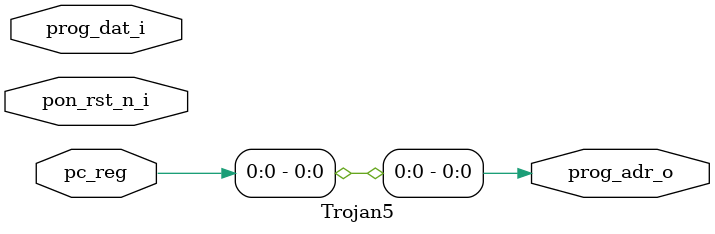
<source format=v>
/* Generated by Yosys 0.54 (git sha1 db72ec3bde296a9512b2d1e6fabf81cfb07c2c1b, clang++ 16.0.0 -fPIC -O3) */

module Trojan5(pon_rst_n_i, prog_dat_i, pc_reg, prog_adr_o);
  wire _000_;
  wire _001_;
  wire _002_;
  wire _003_;
  wire _004_;
  wire _005_;
  wire _006_;
  wire _007_;
  wire _008_;
  wire _009_;
  wire _010_;
  wire _011_;
  wire _012_;
  wire _013_;
  wire _014_;
  wire _015_;
  wire _016_;
  wire _017_;
  wire _018_;
  wire _019_;
  wire _020_;
  wire _021_;
  wire _022_;
  wire _023_;
  wire _024_;
  wire _025_;
  wire _026_;
  wire _027_;
  wire _028_;
  wire _029_;
  wire _030_;
  wire _031_;
  wire _032_;
  wire _033_;
  wire _034_;
  wire _035_;
  wire _036_;
  wire _037_;
  wire _038_;
  wire _039_;
  wire _040_;
  wire _041_;
  wire _042_;
  wire _043_;
  wire _044_;
  wire _045_;
  wire _046_;
  wire _047_;
  wire _048_;
  wire _049_;
  wire _050_;
  wire _051_;
  wire _052_;
  wire _053_;
  wire _054_;
  wire _055_;
  wire _056_;
  wire _057_;
  wire _058_;
  wire _059_;
  wire _060_;
  wire _061_;
  wire _062_;
  wire _063_;
  wire _064_;
  wire _065_;
  wire _066_;
  wire _067_;
  wire _068_;
  wire _069_;
  wire _070_;
  wire _071_;
  wire _072_;
  wire _073_;
  wire _074_;
  wire _075_;
  wire _076_;
  wire _077_;
  wire _078_;
  wire _079_;
  wire _080_;
  wire _081_;
  wire _082_;
  wire _083_;
  wire _084_;
  wire _085_;
  wire _086_;
  wire _087_;
  wire _088_;
  wire _089_;
  wire _090_;
  wire _091_;
  wire _092_;
  wire _093_;
  wire _094_;
  wire _095_;
  wire _096_;
  wire _097_;
  wire _098_;
  wire _099_;
  wire _100_;
  wire _101_;
  wire _102_;
  wire _103_;
  wire _104_;
  wire _105_;
  wire _106_;
  wire _107_;
  wire _108_;
  wire _109_;
  wire _110_;
  wire _111_;
  wire _112_;
  wire _113_;
  wire _114_;
  wire _115_;
  wire _116_;
  wire _117_;
  input [12:0] pc_reg;
  wire [12:0] pc_reg;
  input pon_rst_n_i;
  wire pon_rst_n_i;
  output [12:0] prog_adr_o;
  wire [12:0] prog_adr_o;
  input [13:0] prog_dat_i;
  wire [13:0] prog_dat_i;
  or  _118_ (
    .A(prog_dat_i[11]),
    .B(prog_dat_i[10]),
    .Y(_053_)
  );
  not  _119_ (
    .A(prog_dat_i[13]),
    .Y(_054_)
  );
  or  _120_ (
    .A(_054_),
    .B(prog_dat_i[12]),
    .Y(_055_)
  );
  or  _121_ (
    .A(_055_),
    .B(_053_),
    .Y(_056_)
  );
  not  _122_ (
    .A(prog_dat_i[11]),
    .Y(_057_)
  );
  nor  _123_ (
    .A(_057_),
    .B(prog_dat_i[10]),
    .Y(_058_)
  );
  or  _124_ (
    .A(_058_),
    .B(_055_),
    .Y(_059_)
  );
  and  _125_ (
    .A(_059_),
    .B(_056_),
    .Y(_060_)
  );
  or  _126_ (
    .A(_057_),
    .B(prog_dat_i[10]),
    .Y(_061_)
  );
  or  _127_ (
    .A(_061_),
    .B(_055_),
    .Y(_062_)
  );
  and  _128_ (
    .A(_062_),
    .B(_060_),
    .Y(_063_)
  );
  nor  _129_ (
    .A(prog_dat_i[11]),
    .B(prog_dat_i[10]),
    .Y(_064_)
  );
  or  _130_ (
    .A(_064_),
    .B(_055_),
    .Y(_065_)
  );
  and  _131_ (
    .A(_065_),
    .B(_063_),
    .Y(_066_)
  );
  nor  _132_ (
    .A(_054_),
    .B(prog_dat_i[12]),
    .Y(_067_)
  );
  or  _133_ (
    .A(_067_),
    .B(_053_),
    .Y(_068_)
  );
  and  _134_ (
    .A(_068_),
    .B(_066_),
    .Y(_069_)
  );
  or  _135_ (
    .A(_067_),
    .B(_058_),
    .Y(_070_)
  );
  nor  _136_ (
    .A(_070_),
    .B(_069_),
    .Y(_071_)
  );
  nand  _137_ (
    .A(_067_),
    .B(_061_),
    .Y(_072_)
  );
  nand  _138_ (
    .A(_072_),
    .B(_071_),
    .Y(_073_)
  );
  nand  _139_ (
    .A(_067_),
    .B(_064_),
    .Y(_074_)
  );
  not  _140_ (
    .A(_074_),
    .Y(_075_)
  );
  nor  _141_ (
    .A(_075_),
    .B(_073_),
    .Y(_076_)
  );
  not  _142_ (
    .A(_053_),
    .Y(_077_)
  );
  and  _143_ (
    .A(prog_dat_i[13]),
    .B(prog_dat_i[12]),
    .Y(_078_)
  );
  and  _144_ (
    .A(_078_),
    .B(_077_),
    .Y(_079_)
  );
  nand  _145_ (
    .A(_079_),
    .B(_076_),
    .Y(_080_)
  );
  not  _146_ (
    .A(_078_),
    .Y(_081_)
  );
  nand  _147_ (
    .A(_081_),
    .B(_058_),
    .Y(_082_)
  );
  nand  _148_ (
    .A(_082_),
    .B(_080_),
    .Y(_083_)
  );
  nor  _149_ (
    .A(_083_),
    .B(pon_rst_n_i),
    .Y(_084_)
  );
  and  _150_ (
    .A(_084_),
    .B(pc_reg[1]),
    .Y(_085_)
  );
  not  _151_ (
    .A(pc_reg[1]),
    .Y(_086_)
  );
  and  _152_ (
    .A(_083_),
    .B(pon_rst_n_i),
    .Y(_087_)
  );
  and  _153_ (
    .A(_087_),
    .B(_086_),
    .Y(_088_)
  );
  or  _154_ (
    .A(_088_),
    .B(_085_),
    .Y(prog_adr_o[1])
  );
  and  _155_ (
    .A(_084_),
    .B(pc_reg[2]),
    .Y(_089_)
  );
  nand  _156_ (
    .A(pc_reg[2]),
    .B(_086_),
    .Y(_090_)
  );
  and  _157_ (
    .A(pc_reg[2]),
    .B(_086_),
    .Y(_091_)
  );
  or  _158_ (
    .A(_091_),
    .B(_090_),
    .Y(_092_)
  );
  and  _159_ (
    .A(_092_),
    .B(_087_),
    .Y(_093_)
  );
  or  _160_ (
    .A(_093_),
    .B(_089_),
    .Y(prog_adr_o[2])
  );
  and  _161_ (
    .A(_084_),
    .B(pc_reg[3]),
    .Y(_094_)
  );
  and  _162_ (
    .A(pc_reg[2]),
    .B(pc_reg[1]),
    .Y(_095_)
  );
  not  _163_ (
    .A(_095_),
    .Y(_096_)
  );
  nand  _164_ (
    .A(_096_),
    .B(pc_reg[3]),
    .Y(_097_)
  );
  and  _165_ (
    .A(_096_),
    .B(pc_reg[3]),
    .Y(_098_)
  );
  or  _166_ (
    .A(_098_),
    .B(_097_),
    .Y(_099_)
  );
  and  _167_ (
    .A(_099_),
    .B(_087_),
    .Y(_100_)
  );
  or  _168_ (
    .A(_100_),
    .B(_094_),
    .Y(prog_adr_o[3])
  );
  and  _169_ (
    .A(_084_),
    .B(pc_reg[4]),
    .Y(_101_)
  );
  not  _170_ (
    .A(pc_reg[4]),
    .Y(_102_)
  );
  and  _171_ (
    .A(pc_reg[3]),
    .B(pc_reg[2]),
    .Y(_103_)
  );
  and  _172_ (
    .A(_103_),
    .B(pc_reg[1]),
    .Y(_104_)
  );
  and  _173_ (
    .A(_104_),
    .B(_102_),
    .Y(_105_)
  );
  nand  _174_ (
    .A(_104_),
    .B(_102_),
    .Y(_106_)
  );
  or  _175_ (
    .A(_106_),
    .B(_105_),
    .Y(_107_)
  );
  and  _176_ (
    .A(_107_),
    .B(_087_),
    .Y(_108_)
  );
  or  _177_ (
    .A(_108_),
    .B(_101_),
    .Y(prog_adr_o[4])
  );
  and  _178_ (
    .A(_084_),
    .B(pc_reg[5]),
    .Y(_109_)
  );
  and  _179_ (
    .A(_104_),
    .B(pc_reg[4]),
    .Y(_110_)
  );
  not  _180_ (
    .A(_110_),
    .Y(_111_)
  );
  nand  _181_ (
    .A(_111_),
    .B(pc_reg[5]),
    .Y(_112_)
  );
  and  _182_ (
    .A(_111_),
    .B(pc_reg[5]),
    .Y(_113_)
  );
  or  _183_ (
    .A(_113_),
    .B(_112_),
    .Y(_114_)
  );
  and  _184_ (
    .A(_114_),
    .B(_087_),
    .Y(_115_)
  );
  or  _185_ (
    .A(_115_),
    .B(_109_),
    .Y(prog_adr_o[5])
  );
  and  _186_ (
    .A(_084_),
    .B(pc_reg[6]),
    .Y(_116_)
  );
  not  _187_ (
    .A(pc_reg[6]),
    .Y(_117_)
  );
  and  _188_ (
    .A(pc_reg[5]),
    .B(pc_reg[4]),
    .Y(_000_)
  );
  and  _189_ (
    .A(_000_),
    .B(_104_),
    .Y(_001_)
  );
  and  _190_ (
    .A(_001_),
    .B(_117_),
    .Y(_002_)
  );
  nand  _191_ (
    .A(_001_),
    .B(_117_),
    .Y(_003_)
  );
  or  _192_ (
    .A(_003_),
    .B(_002_),
    .Y(_004_)
  );
  and  _193_ (
    .A(_004_),
    .B(_087_),
    .Y(_005_)
  );
  or  _194_ (
    .A(_005_),
    .B(_116_),
    .Y(prog_adr_o[6])
  );
  and  _195_ (
    .A(_084_),
    .B(pc_reg[7]),
    .Y(_006_)
  );
  and  _196_ (
    .A(_001_),
    .B(pc_reg[6]),
    .Y(_007_)
  );
  not  _197_ (
    .A(_007_),
    .Y(_008_)
  );
  nand  _198_ (
    .A(_008_),
    .B(pc_reg[7]),
    .Y(_009_)
  );
  and  _199_ (
    .A(_008_),
    .B(pc_reg[7]),
    .Y(_010_)
  );
  or  _200_ (
    .A(_010_),
    .B(_009_),
    .Y(_011_)
  );
  and  _201_ (
    .A(_011_),
    .B(_087_),
    .Y(_012_)
  );
  or  _202_ (
    .A(_012_),
    .B(_006_),
    .Y(prog_adr_o[7])
  );
  and  _203_ (
    .A(_084_),
    .B(pc_reg[8]),
    .Y(_013_)
  );
  not  _204_ (
    .A(pc_reg[8]),
    .Y(_014_)
  );
  and  _205_ (
    .A(pc_reg[7]),
    .B(pc_reg[6]),
    .Y(_015_)
  );
  and  _206_ (
    .A(_015_),
    .B(_000_),
    .Y(_016_)
  );
  and  _207_ (
    .A(_016_),
    .B(_104_),
    .Y(_017_)
  );
  and  _208_ (
    .A(_017_),
    .B(_014_),
    .Y(_018_)
  );
  nand  _209_ (
    .A(_017_),
    .B(_014_),
    .Y(_019_)
  );
  or  _210_ (
    .A(_019_),
    .B(_018_),
    .Y(_020_)
  );
  and  _211_ (
    .A(_020_),
    .B(_087_),
    .Y(_021_)
  );
  or  _212_ (
    .A(_021_),
    .B(_013_),
    .Y(prog_adr_o[8])
  );
  and  _213_ (
    .A(_084_),
    .B(pc_reg[9]),
    .Y(_022_)
  );
  and  _214_ (
    .A(_017_),
    .B(pc_reg[8]),
    .Y(_023_)
  );
  not  _215_ (
    .A(_023_),
    .Y(_024_)
  );
  nand  _216_ (
    .A(_024_),
    .B(pc_reg[9]),
    .Y(_025_)
  );
  and  _217_ (
    .A(_024_),
    .B(pc_reg[9]),
    .Y(_026_)
  );
  or  _218_ (
    .A(_026_),
    .B(_025_),
    .Y(_027_)
  );
  and  _219_ (
    .A(_027_),
    .B(_087_),
    .Y(_028_)
  );
  or  _220_ (
    .A(_028_),
    .B(_022_),
    .Y(prog_adr_o[9])
  );
  and  _221_ (
    .A(_084_),
    .B(pc_reg[10]),
    .Y(_029_)
  );
  not  _222_ (
    .A(pc_reg[10]),
    .Y(_030_)
  );
  and  _223_ (
    .A(pc_reg[9]),
    .B(pc_reg[8]),
    .Y(_031_)
  );
  and  _224_ (
    .A(_031_),
    .B(_017_),
    .Y(_032_)
  );
  and  _225_ (
    .A(_032_),
    .B(_030_),
    .Y(_033_)
  );
  nand  _226_ (
    .A(_032_),
    .B(_030_),
    .Y(_034_)
  );
  or  _227_ (
    .A(_034_),
    .B(_033_),
    .Y(_035_)
  );
  and  _228_ (
    .A(_035_),
    .B(_087_),
    .Y(_036_)
  );
  or  _229_ (
    .A(_036_),
    .B(_029_),
    .Y(prog_adr_o[10])
  );
  and  _230_ (
    .A(_084_),
    .B(pc_reg[11]),
    .Y(_037_)
  );
  and  _231_ (
    .A(_032_),
    .B(pc_reg[10]),
    .Y(_038_)
  );
  not  _232_ (
    .A(_038_),
    .Y(_039_)
  );
  nand  _233_ (
    .A(_039_),
    .B(pc_reg[11]),
    .Y(_040_)
  );
  and  _234_ (
    .A(_039_),
    .B(pc_reg[11]),
    .Y(_041_)
  );
  or  _235_ (
    .A(_041_),
    .B(_040_),
    .Y(_042_)
  );
  and  _236_ (
    .A(_042_),
    .B(_087_),
    .Y(_043_)
  );
  or  _237_ (
    .A(_043_),
    .B(_037_),
    .Y(prog_adr_o[11])
  );
  and  _238_ (
    .A(_084_),
    .B(pc_reg[12]),
    .Y(_044_)
  );
  and  _239_ (
    .A(pc_reg[11]),
    .B(pc_reg[10]),
    .Y(_045_)
  );
  and  _240_ (
    .A(_045_),
    .B(_031_),
    .Y(_046_)
  );
  and  _241_ (
    .A(_046_),
    .B(_017_),
    .Y(_047_)
  );
  not  _242_ (
    .A(_047_),
    .Y(_048_)
  );
  nand  _243_ (
    .A(_048_),
    .B(pc_reg[12]),
    .Y(_049_)
  );
  and  _244_ (
    .A(_048_),
    .B(pc_reg[12]),
    .Y(_050_)
  );
  or  _245_ (
    .A(_050_),
    .B(_049_),
    .Y(_051_)
  );
  and  _246_ (
    .A(_051_),
    .B(_087_),
    .Y(_052_)
  );
  or  _247_ (
    .A(_052_),
    .B(_044_),
    .Y(prog_adr_o[12])
  );
  assign prog_adr_o[0] = pc_reg[0];
endmodule

</source>
